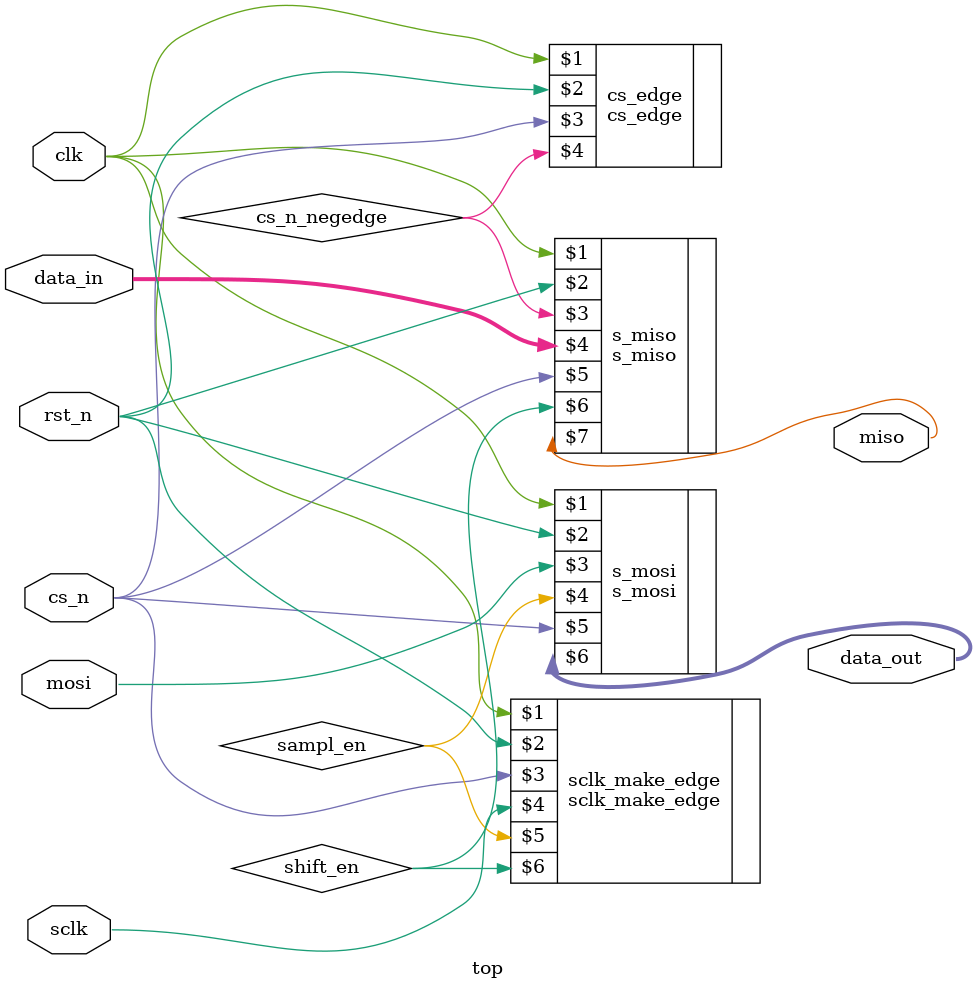
<source format=v>
`timescale 1ns / 1ps

module top
#(
	parameter	clk_freq = 125000000,
				spi_freq	= 1000000,
				data_width		= 8,	
				cpol			= 1,//ÃÊ±â clk 1
				cpha			= 1	//positive edge ¶§
)
(
	input clk,
	input rst_n,
	input [data_width-1:0]data_in,//miso·Î º¸³¾ µ¥ÀÌÅÍ
	input sclk,
	input cs_n,//seclet line,cs_n=0ÀÌ¸é ¼±ÅÃµÈ °Í
	input mosi,//mosi·Î ¹Þ´Â µ¥ÀÌÅÍ
	output miso,
	output [data_width-1:0]data_out//mosi·Î ¹ÞÀº µ¥ÀÌÅÍ 
);

    localparam	shift_num = $clog2(data_width);   
    
    sclk_make_edge #(cpol,cpha) sclk_make_edge(clk,rst_n,cs_n,sclk,sampl_en,shift_en);//sampl_en
    cs_edge cs_edge(clk,rst_n,cs_n,cs_n_negedge);//cs_n_negedge
    s_miso #(data_width) s_miso(clk,rst_n,cs_n_negedge,data_in,cs_n,shift_en,miso);//miso
    s_mosi #(data_width,shift_num) s_mosi(clk,rst_n,mosi,sampl_en,cs_n,data_out);//data_out

endmodule

</source>
